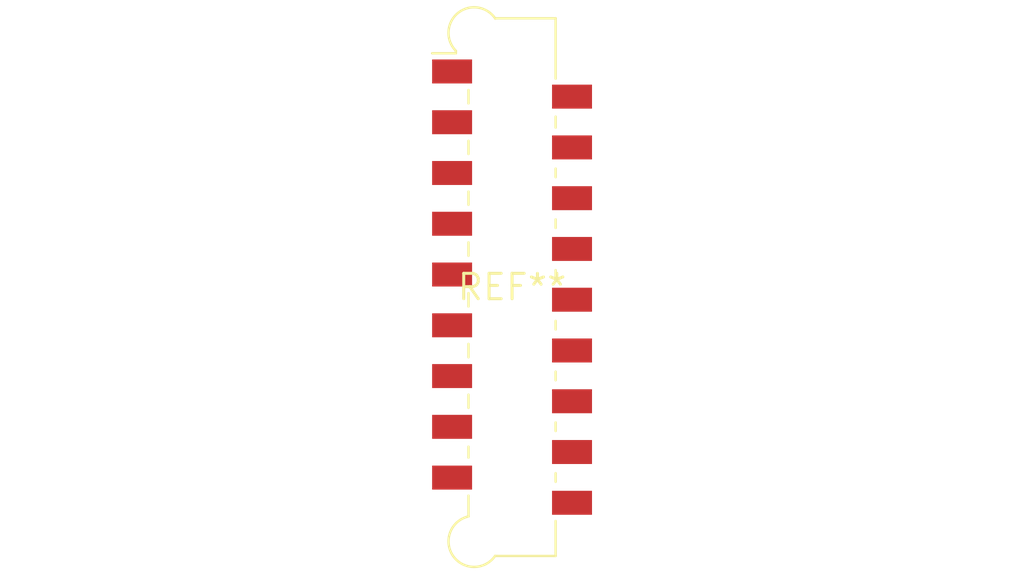
<source format=kicad_pcb>
(kicad_pcb (version 20240108) (generator pcbnew)
  (layers (0 "F.Cu" signal) (31 "B.Cu" signal) (34 "B.Paste" user) (35 "F.Paste" user) (36 "B.SilkS" user "B.Silkscreen") (37 "F.SilkS" user "F.Silkscreen") (38 "B.Mask" user) (39 "F.Mask" user) (44 "Edge.Cuts" user))
  (net 0 "")
  (footprint "Molex_Picoflex_90814-0018_2x09_P1.27mm_Vertical" (layer "F.Cu") (at 0 0)
    (property "Reference" "REF**")
    (property "Value" "Molex_Picoflex_90814-0018_2x09_P1.27mm_Vertical")
    (fp_line (start -2.81 -11.82) (end -2.81 -11.7) (layer "F.SilkS") (stroke (width 0.12)))
    (fp_line (start -2.81 -11.7) (end -4 -11.7) (layer "F.SilkS") (stroke (width 0.12)))
    (fp_line (start -2.18 -9.19) (end -2.18 -9.86) (layer "F.SilkS") (stroke (width 0.12)))
    (fp_line (start -2.18 -6.66) (end -2.18 -7.32) (layer "F.SilkS") (stroke (width 0.12)))
    (fp_line (start -2.18 -4.12) (end -2.18 -4.78) (layer "F.SilkS") (stroke (width 0.12)))
    (fp_line (start -2.18 -1.57) (end -2.18 -2.24) (layer "F.SilkS") (stroke (width 0.12)))
    (fp_line (start -2.18 0.97) (end -2.18 0.3) (layer "F.SilkS") (stroke (width 0.12)))
    (fp_line (start -2.18 3.51) (end -2.18 2.84) (layer "F.SilkS") (stroke (width 0.12)))
    (fp_line (start -2.18 6.04) (end -2.18 5.38) (layer "F.SilkS") (stroke (width 0.12)))
    (fp_line (start -2.18 8.53) (end -2.18 7.98) (layer "F.SilkS") (stroke (width 0.12)))
    (fp_line (start -2.18 11.47) (end -2.18 10.43) (layer "F.SilkS") (stroke (width 0.12)))
    (fp_line (start 2.18 -13.45) (end -0.82 -13.45) (layer "F.SilkS") (stroke (width 0.12)))
    (fp_line (start 2.18 -13.45) (end 2.18 -10.43) (layer "F.SilkS") (stroke (width 0.12)))
    (fp_line (start 2.18 -8.53) (end 2.18 -7.98) (layer "F.SilkS") (stroke (width 0.12)))
    (fp_line (start 2.18 -5.93) (end 2.18 -5.5) (layer "F.SilkS") (stroke (width 0.12)))
    (fp_line (start 2.18 -3.39) (end 2.18 -2.96) (layer "F.SilkS") (stroke (width 0.12)))
    (fp_line (start 2.18 -0.85) (end 2.18 -0.42) (layer "F.SilkS") (stroke (width 0.12)))
    (fp_line (start 2.18 1.69) (end 2.18 2.12) (layer "F.SilkS") (stroke (width 0.12)))
    (fp_line (start 2.18 4.23) (end 2.18 4.66) (layer "F.SilkS") (stroke (width 0.12)))
    (fp_line (start 2.18 6.77) (end 2.18 7.2) (layer "F.SilkS") (stroke (width 0.12)))
    (fp_line (start 2.18 9.31) (end 2.18 9.74) (layer "F.SilkS") (stroke (width 0.12)))
    (fp_line (start 2.18 11.7) (end 2.18 13.45) (layer "F.SilkS") (stroke (width 0.12)))
    (fp_line (start 2.18 13.45) (end -0.85 13.45) (layer "F.SilkS") (stroke (width 0.12)))
    (fp_arc (start -2.81 -11.82) (mid -2.708637 -13.712072) (end -0.834991 -13.429828) (layer "F.SilkS") (stroke (width 0.12)))
    (fp_arc (start -0.85 13.45) (mid -2.962791 13.431248) (end -2.174424 11.470964) (layer "F.SilkS") (stroke (width 0.12)))
    (pad "" np_thru_hole circle (at -1.9 -12.72) (size 1.9 1.9) (drill 1.9) (layers *.Cu *.Mask))
    (pad "" np_thru_hole circle (at -1.9 12.72) (size 1.9 1.9) (drill 1.9) (layers *.Cu *.Mask))
    (pad "1" smd rect (at -3 -10.79) (size 2 1.2) (layers "F.Cu" "F.Paste" "F.Mask"))
    (pad "2" smd rect (at 3 -9.53) (size 2 1.2) (layers "F.Cu" "F.Paste" "F.Mask"))
    (pad "3" smd rect (at -3 -8.25) (size 2 1.2) (layers "F.Cu" "F.Paste" "F.Mask"))
    (pad "4" smd rect (at 3 -6.99) (size 2 1.2) (layers "F.Cu" "F.Paste" "F.Mask"))
    (pad "5" smd rect (at -3 -5.71) (size 2 1.2) (layers "F.Cu" "F.Paste" "F.Mask"))
    (pad "6" smd rect (at 3 -4.45) (size 2 1.2) (layers "F.Cu" "F.Paste" "F.Mask"))
    (pad "7" smd rect (at -3 -3.17) (size 2 1.2) (layers "F.Cu" "F.Paste" "F.Mask"))
    (pad "8" smd rect (at 3 -1.91) (size 2 1.2) (layers "F.Cu" "F.Paste" "F.Mask"))
    (pad "9" smd rect (at -3 -0.63) (size 2 1.2) (layers "F.Cu" "F.Paste" "F.Mask"))
    (pad "10" smd rect (at 3 0.63) (size 2 1.2) (layers "F.Cu" "F.Paste" "F.Mask"))
    (pad "11" smd rect (at -3 1.91) (size 2 1.2) (layers "F.Cu" "F.Paste" "F.Mask"))
    (pad "12" smd rect (at 3 3.17) (size 2 1.2) (layers "F.Cu" "F.Paste" "F.Mask"))
    (pad "13" smd rect (at -3 4.45) (size 2 1.2) (layers "F.Cu" "F.Paste" "F.Mask"))
    (pad "14" smd rect (at 3 5.71) (size 2 1.2) (layers "F.Cu" "F.Paste" "F.Mask"))
    (pad "15" smd rect (at -3 6.99) (size 2 1.2) (layers "F.Cu" "F.Paste" "F.Mask"))
    (pad "16" smd rect (at 3 8.25) (size 2 1.2) (layers "F.Cu" "F.Paste" "F.Mask"))
    (pad "17" smd rect (at -3 9.53) (size 2 1.2) (layers "F.Cu" "F.Paste" "F.Mask"))
    (pad "18" smd rect (at 3 10.79) (size 2 1.2) (layers "F.Cu" "F.Paste" "F.Mask"))
  )
)
</source>
